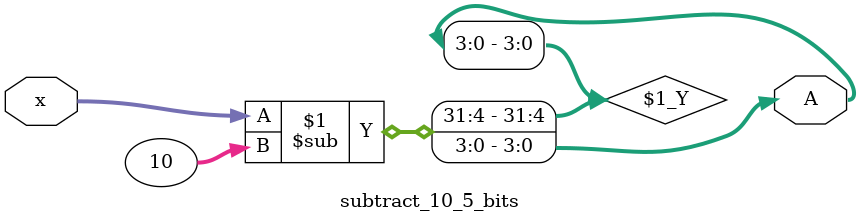
<source format=v>
module subtract_10_5_bits(
	input [4:0]x,
	output [3:0]A);
		
		assign A = x - 10;
	
endmodule
</source>
